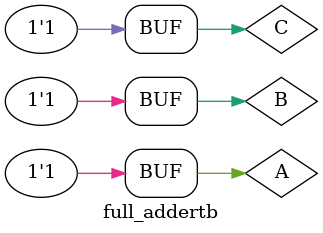
<source format=v>
`timescale 1ns / 1ps


module full_addertb;
reg A,B,C;
wire sum,CARRY;
full_adder1 uut(.A(A),.B(B),.C(C),.SUM(sum),.CARRY(CARRY));
initial
begin
A = 0;
B = 0;
C = 0;
 #100
 A = 0;
B = 0;
C = 1;
 #100
 A = 0;
B = 1;
C = 0;
 #100
A = 0;
B = 1;
C = 1;
#100
A = 1;
B = 0;
C = 0;
#100
A = 1;
B = 0;
C = 1;
#100
A = 1;
B = 1;
C = 0;
#100
A = 1;
B = 1;
C = 1; 
end
endmodule


</source>
